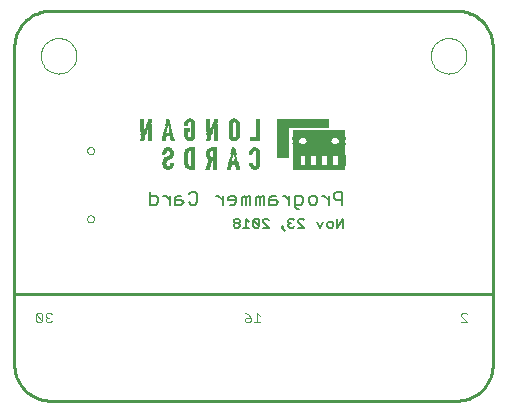
<source format=gbo>
G75*
G70*
%OFA0B0*%
%FSLAX24Y24*%
%IPPOS*%
%LPD*%
%AMOC8*
5,1,8,0,0,1.08239X$1,22.5*
%
%ADD10C,0.0080*%
%ADD11C,0.0050*%
%ADD12C,0.0100*%
%ADD13C,0.0000*%
%ADD14C,0.0040*%
%ADD15R,0.0089X0.0006*%
%ADD16R,0.0094X0.0006*%
%ADD17R,0.0130X0.0006*%
%ADD18R,0.0106X0.0006*%
%ADD19R,0.0201X0.0006*%
%ADD20R,0.0136X0.0006*%
%ADD21R,0.1742X0.0006*%
%ADD22R,0.0154X0.0006*%
%ADD23R,0.0112X0.0006*%
%ADD24R,0.0219X0.0006*%
%ADD25R,0.0165X0.0006*%
%ADD26R,0.1748X0.0006*%
%ADD27R,0.0177X0.0006*%
%ADD28R,0.0100X0.0006*%
%ADD29R,0.0236X0.0006*%
%ADD30R,0.0189X0.0006*%
%ADD31R,0.0195X0.0006*%
%ADD32R,0.0248X0.0006*%
%ADD33R,0.0207X0.0006*%
%ADD34R,0.0213X0.0006*%
%ADD35R,0.0260X0.0006*%
%ADD36R,0.0224X0.0006*%
%ADD37R,0.0266X0.0006*%
%ADD38R,0.0278X0.0006*%
%ADD39R,0.0254X0.0006*%
%ADD40R,0.0283X0.0006*%
%ADD41R,0.0289X0.0006*%
%ADD42R,0.0272X0.0006*%
%ADD43R,0.0295X0.0006*%
%ADD44R,0.0301X0.0006*%
%ADD45R,0.0307X0.0006*%
%ADD46R,0.0313X0.0006*%
%ADD47R,0.0319X0.0006*%
%ADD48R,0.0148X0.0006*%
%ADD49R,0.0159X0.0006*%
%ADD50R,0.0124X0.0006*%
%ADD51R,0.0118X0.0006*%
%ADD52R,0.0242X0.0006*%
%ADD53R,0.0337X0.0006*%
%ADD54R,0.0331X0.0006*%
%ADD55R,0.0325X0.0006*%
%ADD56R,0.0142X0.0006*%
%ADD57R,0.0183X0.0006*%
%ADD58R,0.0230X0.0006*%
%ADD59R,0.0419X0.0006*%
%ADD60R,0.0425X0.0006*%
%ADD61R,0.0171X0.0006*%
%ADD62R,0.0083X0.0006*%
%ADD63R,0.0041X0.0006*%
%ADD64R,0.0047X0.0006*%
%ADD65R,0.1022X0.0006*%
%ADD66R,0.0980X0.0006*%
%ADD67R,0.0957X0.0006*%
%ADD68R,0.0933X0.0006*%
%ADD69R,0.0921X0.0006*%
%ADD70R,0.0904X0.0006*%
%ADD71R,0.0892X0.0006*%
%ADD72R,0.0886X0.0006*%
%ADD73R,0.0874X0.0006*%
%ADD74R,0.0868X0.0006*%
%ADD75R,0.0856X0.0006*%
%ADD76R,0.0850X0.0006*%
%ADD77R,0.0844X0.0006*%
%ADD78R,0.0839X0.0006*%
%ADD79R,0.0833X0.0006*%
%ADD80R,0.0827X0.0006*%
%ADD81R,0.0071X0.0006*%
%ADD82R,0.0862X0.0006*%
%ADD83R,0.0880X0.0006*%
%ADD84R,0.0898X0.0006*%
%ADD85R,0.0915X0.0006*%
%ADD86R,0.0927X0.0006*%
%ADD87R,0.0945X0.0006*%
%ADD88R,0.0969X0.0006*%
%ADD89R,0.0998X0.0006*%
D10*
X005001Y007200D02*
X005211Y007200D01*
X005281Y007270D01*
X005281Y007410D01*
X005211Y007480D01*
X005001Y007480D01*
X005001Y007620D02*
X005001Y007200D01*
X005455Y007480D02*
X005525Y007480D01*
X005665Y007340D01*
X005665Y007200D02*
X005665Y007480D01*
X005845Y007410D02*
X005845Y007200D01*
X006055Y007200D01*
X006125Y007270D01*
X006055Y007340D01*
X005845Y007340D01*
X005845Y007410D02*
X005915Y007480D01*
X006055Y007480D01*
X006306Y007550D02*
X006376Y007620D01*
X006516Y007620D01*
X006586Y007550D01*
X006586Y007270D01*
X006516Y007200D01*
X006376Y007200D01*
X006306Y007270D01*
X007220Y007480D02*
X007290Y007480D01*
X007430Y007340D01*
X007430Y007200D02*
X007430Y007480D01*
X007610Y007410D02*
X007610Y007340D01*
X007890Y007340D01*
X007890Y007270D02*
X007890Y007410D01*
X007820Y007480D01*
X007680Y007480D01*
X007610Y007410D01*
X007820Y007200D02*
X007890Y007270D01*
X007820Y007200D02*
X007680Y007200D01*
X008070Y007200D02*
X008070Y007410D01*
X008141Y007480D01*
X008211Y007410D01*
X008211Y007200D01*
X008351Y007200D02*
X008351Y007480D01*
X008281Y007480D01*
X008211Y007410D01*
X008531Y007410D02*
X008531Y007200D01*
X008671Y007200D02*
X008671Y007410D01*
X008601Y007480D01*
X008531Y007410D01*
X008671Y007410D02*
X008741Y007480D01*
X008811Y007480D01*
X008811Y007200D01*
X008991Y007200D02*
X009201Y007200D01*
X009272Y007270D01*
X009201Y007340D01*
X008991Y007340D01*
X008991Y007410D02*
X008991Y007200D01*
X008991Y007410D02*
X009061Y007480D01*
X009201Y007480D01*
X009445Y007480D02*
X009515Y007480D01*
X009655Y007340D01*
X009655Y007200D02*
X009655Y007480D01*
X009835Y007480D02*
X010045Y007480D01*
X010116Y007410D01*
X010116Y007270D01*
X010045Y007200D01*
X009835Y007200D01*
X009835Y007130D02*
X009835Y007480D01*
X009835Y007130D02*
X009905Y007060D01*
X009975Y007060D01*
X010296Y007270D02*
X010296Y007410D01*
X010366Y007480D01*
X010506Y007480D01*
X010576Y007410D01*
X010576Y007270D01*
X010506Y007200D01*
X010366Y007200D01*
X010296Y007270D01*
X010749Y007480D02*
X010819Y007480D01*
X010960Y007340D01*
X010960Y007200D02*
X010960Y007480D01*
X011140Y007410D02*
X011210Y007340D01*
X011420Y007340D01*
X011420Y007200D02*
X011420Y007620D01*
X011210Y007620D01*
X011140Y007550D01*
X011140Y007410D01*
D11*
X011235Y006735D02*
X011235Y006435D01*
X011435Y006735D01*
X011435Y006435D01*
X011113Y006485D02*
X011063Y006435D01*
X010963Y006435D01*
X010913Y006485D01*
X010913Y006585D01*
X010963Y006635D01*
X011063Y006635D01*
X011113Y006585D01*
X011113Y006485D01*
X010790Y006635D02*
X010690Y006435D01*
X010590Y006635D01*
X010146Y006685D02*
X010096Y006735D01*
X009996Y006735D01*
X009946Y006685D01*
X009946Y006635D01*
X010146Y006435D01*
X009946Y006435D01*
X009824Y006485D02*
X009774Y006435D01*
X009673Y006435D01*
X009623Y006485D01*
X009623Y006535D01*
X009673Y006585D01*
X009724Y006585D01*
X009673Y006585D02*
X009623Y006635D01*
X009623Y006685D01*
X009673Y006735D01*
X009774Y006735D01*
X009824Y006685D01*
X009451Y006485D02*
X009451Y006435D01*
X009401Y006435D01*
X009401Y006485D01*
X009451Y006485D01*
X009401Y006435D02*
X009501Y006335D01*
X008964Y006435D02*
X008764Y006635D01*
X008764Y006685D01*
X008814Y006735D01*
X008914Y006735D01*
X008964Y006685D01*
X008964Y006435D02*
X008764Y006435D01*
X008642Y006485D02*
X008442Y006685D01*
X008442Y006485D01*
X008492Y006435D01*
X008592Y006435D01*
X008642Y006485D01*
X008642Y006685D01*
X008592Y006735D01*
X008492Y006735D01*
X008442Y006685D01*
X008320Y006635D02*
X008220Y006735D01*
X008220Y006435D01*
X008320Y006435D02*
X008120Y006435D01*
X007997Y006485D02*
X007997Y006535D01*
X007947Y006585D01*
X007847Y006585D01*
X007797Y006535D01*
X007797Y006485D01*
X007847Y006435D01*
X007947Y006435D01*
X007997Y006485D01*
X007947Y006585D02*
X007997Y006635D01*
X007997Y006685D01*
X007947Y006735D01*
X007847Y006735D01*
X007797Y006685D01*
X007797Y006635D01*
X007847Y006585D01*
D12*
X001688Y000664D02*
X015232Y000664D01*
X015299Y000666D01*
X015366Y000672D01*
X015433Y000681D01*
X015499Y000694D01*
X015564Y000711D01*
X015628Y000731D01*
X015691Y000755D01*
X015753Y000783D01*
X015812Y000814D01*
X015870Y000848D01*
X015926Y000885D01*
X015980Y000926D01*
X016032Y000969D01*
X016081Y001015D01*
X016127Y001064D01*
X016170Y001116D01*
X016211Y001170D01*
X016248Y001226D01*
X016282Y001284D01*
X016313Y001343D01*
X016341Y001405D01*
X016365Y001468D01*
X016385Y001532D01*
X016402Y001597D01*
X016415Y001663D01*
X016424Y001730D01*
X016430Y001797D01*
X016432Y001864D01*
X016432Y012456D01*
X016430Y012523D01*
X016424Y012590D01*
X016415Y012657D01*
X016402Y012723D01*
X016385Y012788D01*
X016365Y012852D01*
X016341Y012915D01*
X016313Y012977D01*
X016282Y013036D01*
X016248Y013094D01*
X016211Y013150D01*
X016170Y013204D01*
X016127Y013256D01*
X016081Y013305D01*
X016032Y013351D01*
X015980Y013394D01*
X015926Y013435D01*
X015870Y013472D01*
X015812Y013506D01*
X015753Y013537D01*
X015691Y013565D01*
X015628Y013589D01*
X015564Y013609D01*
X015499Y013626D01*
X015433Y013639D01*
X015366Y013648D01*
X015299Y013654D01*
X015232Y013656D01*
X001688Y013656D01*
X001621Y013654D01*
X001554Y013648D01*
X001487Y013639D01*
X001421Y013626D01*
X001356Y013609D01*
X001292Y013589D01*
X001229Y013565D01*
X001167Y013537D01*
X001108Y013506D01*
X001050Y013472D01*
X000994Y013435D01*
X000940Y013394D01*
X000888Y013351D01*
X000839Y013305D01*
X000793Y013256D01*
X000750Y013204D01*
X000709Y013150D01*
X000672Y013094D01*
X000638Y013036D01*
X000607Y012977D01*
X000579Y012915D01*
X000555Y012852D01*
X000535Y012788D01*
X000518Y012723D01*
X000505Y012657D01*
X000496Y012590D01*
X000490Y012523D01*
X000488Y012456D01*
X000488Y001864D01*
X000490Y001797D01*
X000496Y001730D01*
X000505Y001663D01*
X000518Y001597D01*
X000535Y001532D01*
X000555Y001468D01*
X000579Y001405D01*
X000607Y001343D01*
X000638Y001284D01*
X000672Y001226D01*
X000709Y001170D01*
X000750Y001116D01*
X000793Y001064D01*
X000839Y001015D01*
X000888Y000969D01*
X000940Y000926D01*
X000994Y000885D01*
X001050Y000848D01*
X001108Y000814D01*
X001167Y000783D01*
X001229Y000755D01*
X001292Y000731D01*
X001356Y000711D01*
X001421Y000694D01*
X001487Y000681D01*
X001554Y000672D01*
X001621Y000666D01*
X001688Y000664D01*
X000460Y004210D02*
X016410Y004210D01*
D13*
X014369Y012160D02*
X014371Y012208D01*
X014377Y012256D01*
X014387Y012303D01*
X014400Y012349D01*
X014418Y012394D01*
X014438Y012438D01*
X014463Y012480D01*
X014491Y012519D01*
X014521Y012556D01*
X014555Y012590D01*
X014592Y012622D01*
X014630Y012651D01*
X014671Y012676D01*
X014714Y012698D01*
X014759Y012716D01*
X014805Y012730D01*
X014852Y012741D01*
X014900Y012748D01*
X014948Y012751D01*
X014996Y012750D01*
X015044Y012745D01*
X015092Y012736D01*
X015138Y012724D01*
X015183Y012707D01*
X015227Y012687D01*
X015269Y012664D01*
X015309Y012637D01*
X015347Y012607D01*
X015382Y012574D01*
X015414Y012538D01*
X015444Y012500D01*
X015470Y012459D01*
X015492Y012416D01*
X015512Y012372D01*
X015527Y012327D01*
X015539Y012280D01*
X015547Y012232D01*
X015551Y012184D01*
X015551Y012136D01*
X015547Y012088D01*
X015539Y012040D01*
X015527Y011993D01*
X015512Y011948D01*
X015492Y011904D01*
X015470Y011861D01*
X015444Y011820D01*
X015414Y011782D01*
X015382Y011746D01*
X015347Y011713D01*
X015309Y011683D01*
X015269Y011656D01*
X015227Y011633D01*
X015183Y011613D01*
X015138Y011596D01*
X015092Y011584D01*
X015044Y011575D01*
X014996Y011570D01*
X014948Y011569D01*
X014900Y011572D01*
X014852Y011579D01*
X014805Y011590D01*
X014759Y011604D01*
X014714Y011622D01*
X014671Y011644D01*
X014630Y011669D01*
X014592Y011698D01*
X014555Y011730D01*
X014521Y011764D01*
X014491Y011801D01*
X014463Y011840D01*
X014438Y011882D01*
X014418Y011926D01*
X014400Y011971D01*
X014387Y012017D01*
X014377Y012064D01*
X014371Y012112D01*
X014369Y012160D01*
X002909Y008998D02*
X002911Y009019D01*
X002917Y009039D01*
X002926Y009059D01*
X002938Y009076D01*
X002953Y009090D01*
X002971Y009102D01*
X002991Y009110D01*
X003011Y009115D01*
X003032Y009116D01*
X003053Y009113D01*
X003073Y009107D01*
X003092Y009096D01*
X003109Y009083D01*
X003122Y009067D01*
X003133Y009049D01*
X003141Y009029D01*
X003145Y009009D01*
X003145Y008987D01*
X003141Y008967D01*
X003133Y008947D01*
X003122Y008929D01*
X003109Y008913D01*
X003092Y008900D01*
X003073Y008889D01*
X003053Y008883D01*
X003032Y008880D01*
X003011Y008881D01*
X002991Y008886D01*
X002971Y008894D01*
X002953Y008906D01*
X002938Y008920D01*
X002926Y008937D01*
X002917Y008957D01*
X002911Y008977D01*
X002909Y008998D01*
X002909Y006722D02*
X002911Y006743D01*
X002917Y006763D01*
X002926Y006783D01*
X002938Y006800D01*
X002953Y006814D01*
X002971Y006826D01*
X002991Y006834D01*
X003011Y006839D01*
X003032Y006840D01*
X003053Y006837D01*
X003073Y006831D01*
X003092Y006820D01*
X003109Y006807D01*
X003122Y006791D01*
X003133Y006773D01*
X003141Y006753D01*
X003145Y006733D01*
X003145Y006711D01*
X003141Y006691D01*
X003133Y006671D01*
X003122Y006653D01*
X003109Y006637D01*
X003092Y006624D01*
X003073Y006613D01*
X003053Y006607D01*
X003032Y006604D01*
X003011Y006605D01*
X002991Y006610D01*
X002971Y006618D01*
X002953Y006630D01*
X002938Y006644D01*
X002926Y006661D01*
X002917Y006681D01*
X002911Y006701D01*
X002909Y006722D01*
X001369Y012160D02*
X001371Y012208D01*
X001377Y012256D01*
X001387Y012303D01*
X001400Y012349D01*
X001418Y012394D01*
X001438Y012438D01*
X001463Y012480D01*
X001491Y012519D01*
X001521Y012556D01*
X001555Y012590D01*
X001592Y012622D01*
X001630Y012651D01*
X001671Y012676D01*
X001714Y012698D01*
X001759Y012716D01*
X001805Y012730D01*
X001852Y012741D01*
X001900Y012748D01*
X001948Y012751D01*
X001996Y012750D01*
X002044Y012745D01*
X002092Y012736D01*
X002138Y012724D01*
X002183Y012707D01*
X002227Y012687D01*
X002269Y012664D01*
X002309Y012637D01*
X002347Y012607D01*
X002382Y012574D01*
X002414Y012538D01*
X002444Y012500D01*
X002470Y012459D01*
X002492Y012416D01*
X002512Y012372D01*
X002527Y012327D01*
X002539Y012280D01*
X002547Y012232D01*
X002551Y012184D01*
X002551Y012136D01*
X002547Y012088D01*
X002539Y012040D01*
X002527Y011993D01*
X002512Y011948D01*
X002492Y011904D01*
X002470Y011861D01*
X002444Y011820D01*
X002414Y011782D01*
X002382Y011746D01*
X002347Y011713D01*
X002309Y011683D01*
X002269Y011656D01*
X002227Y011633D01*
X002183Y011613D01*
X002138Y011596D01*
X002092Y011584D01*
X002044Y011575D01*
X001996Y011570D01*
X001948Y011569D01*
X001900Y011572D01*
X001852Y011579D01*
X001805Y011590D01*
X001759Y011604D01*
X001714Y011622D01*
X001671Y011644D01*
X001630Y011669D01*
X001592Y011698D01*
X001555Y011730D01*
X001521Y011764D01*
X001491Y011801D01*
X001463Y011840D01*
X001438Y011882D01*
X001418Y011926D01*
X001400Y011971D01*
X001387Y012017D01*
X001377Y012064D01*
X001371Y012112D01*
X001369Y012160D01*
D14*
X001366Y003590D02*
X001263Y003590D01*
X001211Y003539D01*
X001418Y003332D01*
X001366Y003280D01*
X001263Y003280D01*
X001211Y003332D01*
X001211Y003539D01*
X001366Y003590D02*
X001418Y003539D01*
X001418Y003332D01*
X001533Y003332D02*
X001585Y003280D01*
X001688Y003280D01*
X001740Y003332D01*
X001637Y003435D02*
X001585Y003435D01*
X001533Y003383D01*
X001533Y003332D01*
X001585Y003435D02*
X001533Y003487D01*
X001533Y003539D01*
X001585Y003590D01*
X001688Y003590D01*
X001740Y003539D01*
X008161Y003590D02*
X008264Y003539D01*
X008368Y003435D01*
X008213Y003435D01*
X008161Y003383D01*
X008161Y003332D01*
X008213Y003280D01*
X008316Y003280D01*
X008368Y003332D01*
X008368Y003435D01*
X008483Y003280D02*
X008690Y003280D01*
X008587Y003280D02*
X008587Y003590D01*
X008690Y003487D01*
X015383Y003487D02*
X015383Y003539D01*
X015435Y003590D01*
X015538Y003590D01*
X015590Y003539D01*
X015383Y003487D02*
X015590Y003280D01*
X015383Y003280D01*
D15*
X008503Y008355D03*
X007859Y008768D03*
X007853Y008798D03*
X007853Y008804D03*
X007847Y008821D03*
X007847Y008827D03*
X007847Y008833D03*
X007841Y008845D03*
X007841Y008851D03*
X007841Y008857D03*
X007747Y008857D03*
X007741Y008833D03*
X007741Y008827D03*
X007735Y008804D03*
X007729Y008774D03*
X007794Y009069D03*
X005686Y009707D03*
X005680Y009731D03*
X005680Y009737D03*
X005674Y009760D03*
X005674Y009766D03*
X005668Y009784D03*
X005668Y009790D03*
X005668Y009796D03*
X005662Y009814D03*
X005568Y009814D03*
X005568Y009808D03*
X005562Y009790D03*
X005562Y009784D03*
X005556Y009760D03*
X005556Y009754D03*
X005550Y009731D03*
X005615Y010026D03*
X005615Y010032D03*
D16*
X005618Y010020D03*
X005665Y009808D03*
X005665Y009802D03*
X005671Y009778D03*
X005671Y009772D03*
X005677Y009754D03*
X005677Y009749D03*
X005677Y009743D03*
X005683Y009725D03*
X005683Y009719D03*
X005683Y009713D03*
X005689Y009701D03*
X005689Y009695D03*
X005689Y009690D03*
X005689Y009684D03*
X005689Y009678D03*
X005695Y009672D03*
X005695Y009666D03*
X005695Y009660D03*
X005695Y009654D03*
X005701Y009642D03*
X005701Y009636D03*
X005701Y009630D03*
X005701Y009625D03*
X005707Y009613D03*
X005707Y009607D03*
X005707Y009601D03*
X005713Y009583D03*
X005713Y009577D03*
X005713Y009571D03*
X005529Y009625D03*
X005529Y009630D03*
X005529Y009636D03*
X005535Y009648D03*
X005535Y009654D03*
X005535Y009660D03*
X005535Y009666D03*
X005541Y009678D03*
X005541Y009684D03*
X005541Y009690D03*
X005541Y009695D03*
X005547Y009701D03*
X005547Y009707D03*
X005547Y009713D03*
X005547Y009719D03*
X005547Y009725D03*
X005553Y009737D03*
X005553Y009743D03*
X005553Y009749D03*
X005559Y009766D03*
X005559Y009772D03*
X005559Y009778D03*
X005565Y009796D03*
X005565Y009802D03*
X005524Y009607D03*
X005524Y009601D03*
X005518Y009577D03*
X005518Y009571D03*
X004904Y009731D03*
X004898Y009713D03*
X004892Y009695D03*
X004886Y009684D03*
X004880Y009666D03*
X004874Y009648D03*
X004868Y009630D03*
X004862Y009619D03*
X005612Y008355D03*
X007059Y009619D03*
X007065Y009636D03*
X007071Y009648D03*
X007077Y009666D03*
X007083Y009684D03*
X007089Y009701D03*
X007100Y009731D03*
X007791Y009064D03*
X007791Y009058D03*
X007744Y008851D03*
X007744Y008845D03*
X007744Y008839D03*
X007738Y008821D03*
X007738Y008816D03*
X007738Y008810D03*
X007732Y008798D03*
X007732Y008792D03*
X007732Y008786D03*
X007732Y008780D03*
X007726Y008768D03*
X007726Y008762D03*
X007726Y008756D03*
X007726Y008751D03*
X007720Y008745D03*
X007720Y008739D03*
X007720Y008733D03*
X007720Y008727D03*
X007720Y008721D03*
X007715Y008715D03*
X007715Y008709D03*
X007715Y008703D03*
X007715Y008697D03*
X007709Y008686D03*
X007709Y008680D03*
X007709Y008674D03*
X007703Y008656D03*
X007703Y008650D03*
X007703Y008644D03*
X007697Y008621D03*
X007880Y008662D03*
X007880Y008668D03*
X007880Y008674D03*
X007880Y008680D03*
X007874Y008691D03*
X007874Y008697D03*
X007874Y008703D03*
X007874Y008709D03*
X007868Y008715D03*
X007868Y008721D03*
X007868Y008727D03*
X007868Y008733D03*
X007868Y008739D03*
X007862Y008745D03*
X007862Y008751D03*
X007862Y008756D03*
X007862Y008762D03*
X007856Y008774D03*
X007856Y008780D03*
X007856Y008786D03*
X007856Y008792D03*
X007850Y008810D03*
X007850Y008816D03*
X007844Y008839D03*
X007886Y008650D03*
X007886Y008644D03*
X007886Y008638D03*
X007892Y008621D03*
X007892Y008615D03*
D17*
X007791Y008981D03*
X007720Y009424D03*
X007921Y009424D03*
X007921Y009926D03*
X007720Y009926D03*
X007195Y009949D03*
X007195Y009955D03*
X006965Y009406D03*
X006965Y009400D03*
X006965Y009394D03*
X006970Y008969D03*
X006970Y008762D03*
X006250Y008461D03*
X005718Y008461D03*
X005512Y008656D03*
X005512Y008969D03*
X005713Y008969D03*
X006439Y009424D03*
X006439Y009926D03*
X006238Y009926D03*
X004998Y009943D03*
X004998Y009949D03*
X004998Y009955D03*
X004768Y009406D03*
X004768Y009400D03*
X004768Y009394D03*
X008411Y008461D03*
X008506Y008361D03*
X008600Y008461D03*
X008600Y008969D03*
D18*
X008618Y008928D03*
X008618Y008922D03*
X008618Y008916D03*
X008618Y008910D03*
X008618Y008904D03*
X008618Y008898D03*
X008618Y008892D03*
X008618Y008886D03*
X008618Y008880D03*
X008618Y008875D03*
X008618Y008869D03*
X008618Y008863D03*
X008618Y008857D03*
X008618Y008851D03*
X008618Y008845D03*
X008618Y008839D03*
X008618Y008833D03*
X008618Y008827D03*
X008618Y008821D03*
X008618Y008816D03*
X008618Y008810D03*
X008618Y008804D03*
X008618Y008798D03*
X008618Y008792D03*
X008618Y008786D03*
X008618Y008780D03*
X008618Y008774D03*
X008618Y008768D03*
X008618Y008762D03*
X008618Y008756D03*
X008618Y008751D03*
X008618Y008745D03*
X008618Y008739D03*
X008618Y008733D03*
X008618Y008727D03*
X008618Y008721D03*
X008618Y008715D03*
X008618Y008709D03*
X008618Y008703D03*
X008618Y008697D03*
X008618Y008691D03*
X008618Y008686D03*
X008618Y008680D03*
X008618Y008674D03*
X008618Y008668D03*
X008618Y008662D03*
X008618Y008656D03*
X008618Y008650D03*
X008618Y008644D03*
X008618Y008638D03*
X008618Y008632D03*
X008618Y008627D03*
X008618Y008621D03*
X008618Y008615D03*
X008618Y008609D03*
X008618Y008603D03*
X008618Y008597D03*
X008618Y008591D03*
X008618Y008585D03*
X008618Y008579D03*
X008618Y008573D03*
X008618Y008567D03*
X008618Y008562D03*
X008618Y008556D03*
X008618Y008550D03*
X008618Y008544D03*
X008618Y008538D03*
X008618Y008532D03*
X008618Y008526D03*
X008618Y008520D03*
X008618Y008514D03*
X008618Y008508D03*
X008618Y008503D03*
X008388Y008503D03*
X008388Y008508D03*
X008388Y008514D03*
X008388Y008520D03*
X008388Y008526D03*
X008388Y008532D03*
X008388Y008538D03*
X008388Y008544D03*
X008388Y008550D03*
X008388Y008556D03*
X008388Y008875D03*
X008388Y008880D03*
X008388Y008886D03*
X008388Y008892D03*
X008388Y008898D03*
X008388Y008904D03*
X008388Y008910D03*
X008388Y008916D03*
X008388Y008922D03*
X008388Y008928D03*
X007791Y009034D03*
X007821Y009317D03*
X007939Y009453D03*
X007939Y009459D03*
X007939Y009465D03*
X007939Y009471D03*
X007945Y009489D03*
X007945Y009495D03*
X007945Y009501D03*
X007945Y009506D03*
X007945Y009512D03*
X007945Y009518D03*
X007945Y009524D03*
X007945Y009530D03*
X007945Y009536D03*
X007945Y009542D03*
X007945Y009548D03*
X007945Y009554D03*
X007945Y009560D03*
X007945Y009566D03*
X007945Y009571D03*
X007945Y009577D03*
X007945Y009583D03*
X007945Y009589D03*
X007945Y009595D03*
X007945Y009601D03*
X007945Y009607D03*
X007945Y009613D03*
X007945Y009619D03*
X007945Y009625D03*
X007945Y009630D03*
X007945Y009636D03*
X007945Y009642D03*
X007945Y009648D03*
X007945Y009654D03*
X007945Y009660D03*
X007945Y009666D03*
X007945Y009672D03*
X007945Y009678D03*
X007945Y009684D03*
X007945Y009690D03*
X007945Y009695D03*
X007945Y009701D03*
X007945Y009707D03*
X007945Y009713D03*
X007945Y009719D03*
X007945Y009725D03*
X007945Y009731D03*
X007945Y009737D03*
X007945Y009743D03*
X007945Y009749D03*
X007945Y009754D03*
X007945Y009760D03*
X007945Y009766D03*
X007945Y009772D03*
X007945Y009778D03*
X007945Y009784D03*
X007945Y009790D03*
X007945Y009796D03*
X007945Y009802D03*
X007945Y009808D03*
X007945Y009814D03*
X007945Y009819D03*
X007945Y009825D03*
X007945Y009831D03*
X007945Y009837D03*
X007945Y009843D03*
X007945Y009849D03*
X007945Y009855D03*
X007945Y009861D03*
X007939Y009879D03*
X007939Y009884D03*
X007939Y009890D03*
X007939Y009896D03*
X007821Y010032D03*
X007703Y009896D03*
X007703Y009890D03*
X007703Y009884D03*
X007703Y009879D03*
X007703Y009873D03*
X007703Y009867D03*
X007703Y009861D03*
X007703Y009855D03*
X007703Y009849D03*
X007703Y009843D03*
X007703Y009837D03*
X007703Y009831D03*
X007703Y009825D03*
X007703Y009819D03*
X007703Y009814D03*
X007703Y009808D03*
X007703Y009802D03*
X007703Y009796D03*
X007703Y009790D03*
X007703Y009784D03*
X007703Y009778D03*
X007703Y009772D03*
X007703Y009766D03*
X007703Y009760D03*
X007703Y009754D03*
X007703Y009749D03*
X007703Y009743D03*
X007703Y009737D03*
X007703Y009731D03*
X007703Y009725D03*
X007703Y009719D03*
X007703Y009713D03*
X007703Y009707D03*
X007703Y009701D03*
X007703Y009695D03*
X007703Y009690D03*
X007703Y009684D03*
X007703Y009678D03*
X007703Y009672D03*
X007703Y009666D03*
X007703Y009660D03*
X007703Y009654D03*
X007703Y009648D03*
X007703Y009642D03*
X007703Y009636D03*
X007703Y009630D03*
X007703Y009625D03*
X007703Y009619D03*
X007703Y009613D03*
X007703Y009607D03*
X007703Y009601D03*
X007703Y009595D03*
X007703Y009589D03*
X007703Y009583D03*
X007703Y009577D03*
X007703Y009571D03*
X007703Y009566D03*
X007703Y009560D03*
X007703Y009554D03*
X007703Y009548D03*
X007703Y009542D03*
X007703Y009536D03*
X007703Y009530D03*
X007703Y009524D03*
X007703Y009518D03*
X007703Y009512D03*
X007703Y009506D03*
X007703Y009501D03*
X007703Y009495D03*
X007703Y009489D03*
X007703Y009483D03*
X007703Y009477D03*
X007703Y009471D03*
X007703Y009465D03*
X007703Y009459D03*
X007703Y009453D03*
X007207Y009453D03*
X007207Y009447D03*
X007207Y009441D03*
X007207Y009436D03*
X007207Y009430D03*
X007207Y009424D03*
X007207Y009418D03*
X007207Y009412D03*
X007207Y009406D03*
X007207Y009400D03*
X007207Y009394D03*
X007207Y009388D03*
X007207Y009382D03*
X007207Y009377D03*
X007207Y009371D03*
X007207Y009365D03*
X007207Y009359D03*
X007207Y009353D03*
X007207Y009347D03*
X007207Y009341D03*
X007207Y009335D03*
X007207Y009329D03*
X007207Y009323D03*
X007207Y009317D03*
X007207Y009459D03*
X007207Y009465D03*
X007207Y009471D03*
X007207Y009477D03*
X007207Y009483D03*
X007207Y009489D03*
X007207Y009495D03*
X007207Y009501D03*
X007207Y009506D03*
X007207Y009512D03*
X007207Y009518D03*
X007207Y009524D03*
X007207Y009530D03*
X007207Y009536D03*
X007207Y009542D03*
X007207Y009548D03*
X007207Y009554D03*
X007207Y009560D03*
X007207Y009566D03*
X007207Y009571D03*
X007207Y009577D03*
X007207Y009583D03*
X007207Y009589D03*
X007207Y009595D03*
X007207Y009601D03*
X007207Y009607D03*
X007207Y009613D03*
X007207Y009619D03*
X007207Y009625D03*
X007207Y009630D03*
X007207Y009636D03*
X007207Y009642D03*
X007207Y009648D03*
X007207Y009654D03*
X007207Y009660D03*
X007207Y009666D03*
X007207Y009672D03*
X007207Y009678D03*
X007207Y009684D03*
X007207Y009690D03*
X007207Y009695D03*
X007207Y009701D03*
X007207Y009707D03*
X007207Y009713D03*
X007207Y009719D03*
X007207Y009725D03*
X007207Y009731D03*
X006953Y009731D03*
X006953Y009737D03*
X006953Y009743D03*
X006953Y009749D03*
X006953Y009754D03*
X006953Y009760D03*
X006953Y009766D03*
X006953Y009772D03*
X006953Y009778D03*
X006953Y009784D03*
X006953Y009790D03*
X006953Y009796D03*
X006953Y009802D03*
X006953Y009808D03*
X006953Y009814D03*
X006953Y009819D03*
X006953Y009825D03*
X006953Y009831D03*
X006953Y009837D03*
X006953Y009843D03*
X006953Y009849D03*
X006953Y009855D03*
X006953Y009861D03*
X006953Y009867D03*
X006953Y009873D03*
X006953Y009879D03*
X006953Y009884D03*
X006953Y009890D03*
X006953Y009896D03*
X006953Y009902D03*
X006953Y009908D03*
X006953Y009914D03*
X006953Y009920D03*
X006953Y009926D03*
X006953Y009932D03*
X006953Y009938D03*
X006953Y009943D03*
X006953Y009949D03*
X006953Y009955D03*
X006953Y009961D03*
X006953Y009967D03*
X006953Y009973D03*
X006953Y009979D03*
X006953Y009985D03*
X006953Y009991D03*
X006953Y009997D03*
X006953Y010003D03*
X006953Y010008D03*
X006953Y010014D03*
X006953Y010020D03*
X006953Y010026D03*
X006953Y010032D03*
X007207Y010020D03*
X007207Y010014D03*
X006953Y009725D03*
X006953Y009719D03*
X006953Y009713D03*
X006953Y009707D03*
X006953Y009701D03*
X006953Y009695D03*
X006953Y009690D03*
X006953Y009684D03*
X006953Y009678D03*
X006953Y009672D03*
X006953Y009666D03*
X006953Y009660D03*
X006953Y009654D03*
X006953Y009648D03*
X006953Y009642D03*
X006953Y009636D03*
X006953Y009630D03*
X006953Y009625D03*
X006953Y009619D03*
X006953Y009341D03*
X006953Y009335D03*
X006953Y009329D03*
X006953Y008945D03*
X006947Y008934D03*
X006947Y008928D03*
X006947Y008922D03*
X006947Y008916D03*
X006941Y008904D03*
X006941Y008898D03*
X006941Y008892D03*
X006941Y008886D03*
X006941Y008880D03*
X006941Y008875D03*
X006941Y008869D03*
X006941Y008863D03*
X006941Y008857D03*
X006941Y008851D03*
X006941Y008845D03*
X006941Y008839D03*
X006941Y008833D03*
X006941Y008827D03*
X006947Y008816D03*
X006947Y008810D03*
X006947Y008804D03*
X006947Y008798D03*
X006953Y008786D03*
X007018Y008650D03*
X007012Y008632D03*
X007012Y008627D03*
X007006Y008615D03*
X007006Y008609D03*
X007000Y008597D03*
X007000Y008591D03*
X006994Y008579D03*
X006994Y008573D03*
X006988Y008562D03*
X006988Y008556D03*
X006982Y008544D03*
X006982Y008538D03*
X006976Y008526D03*
X006976Y008520D03*
X006970Y008508D03*
X006970Y008503D03*
X006965Y008491D03*
X006965Y008485D03*
X006959Y008473D03*
X006959Y008467D03*
X006953Y008455D03*
X006953Y008449D03*
X006947Y008432D03*
X006941Y008414D03*
X006935Y008396D03*
X006929Y008379D03*
X006923Y008361D03*
X007183Y008361D03*
X007183Y008367D03*
X007183Y008373D03*
X007183Y008379D03*
X007183Y008384D03*
X007183Y008390D03*
X007183Y008396D03*
X007183Y008402D03*
X007183Y008408D03*
X007183Y008414D03*
X007183Y008420D03*
X007183Y008426D03*
X007183Y008432D03*
X007183Y008438D03*
X007183Y008443D03*
X007183Y008449D03*
X007183Y008455D03*
X007183Y008461D03*
X007183Y008467D03*
X007183Y008473D03*
X007183Y008479D03*
X007183Y008485D03*
X007183Y008491D03*
X007183Y008497D03*
X007183Y008503D03*
X007183Y008508D03*
X007183Y008514D03*
X007183Y008520D03*
X007183Y008526D03*
X007183Y008532D03*
X007183Y008538D03*
X007183Y008544D03*
X007183Y008550D03*
X007183Y008556D03*
X007183Y008562D03*
X007183Y008567D03*
X007183Y008573D03*
X007183Y008579D03*
X007183Y008585D03*
X007183Y008591D03*
X007183Y008597D03*
X007183Y008603D03*
X007183Y008609D03*
X007183Y008615D03*
X007183Y008621D03*
X007183Y008627D03*
X007183Y008632D03*
X007183Y008638D03*
X007183Y008644D03*
X007183Y008650D03*
X007183Y008656D03*
X007183Y008756D03*
X007183Y008762D03*
X007183Y008768D03*
X007183Y008774D03*
X007183Y008780D03*
X007183Y008786D03*
X007183Y008792D03*
X007183Y008798D03*
X007183Y008804D03*
X007183Y008810D03*
X007183Y008816D03*
X007183Y008821D03*
X007183Y008827D03*
X007183Y008833D03*
X007183Y008839D03*
X007183Y008845D03*
X007183Y008851D03*
X007183Y008857D03*
X007183Y008863D03*
X007183Y008869D03*
X007183Y008875D03*
X007183Y008880D03*
X007183Y008886D03*
X007183Y008892D03*
X007183Y008898D03*
X007183Y008904D03*
X007183Y008910D03*
X007183Y008916D03*
X007183Y008922D03*
X007183Y008928D03*
X007183Y008934D03*
X007183Y008940D03*
X007183Y008945D03*
X007183Y008951D03*
X007183Y008957D03*
X007183Y008963D03*
X007183Y008969D03*
X007183Y008975D03*
X007673Y008508D03*
X007667Y008479D03*
X007661Y008455D03*
X007661Y008449D03*
X007655Y008426D03*
X007655Y008420D03*
X007650Y008402D03*
X007650Y008396D03*
X007650Y008390D03*
X007644Y008373D03*
X007644Y008367D03*
X007644Y008361D03*
X007927Y008438D03*
X007927Y008443D03*
X007933Y008420D03*
X007933Y008414D03*
X007933Y008408D03*
X007939Y008390D03*
X007939Y008384D03*
X007939Y008379D03*
X007945Y008367D03*
X007945Y008361D03*
X007921Y008467D03*
X007921Y008473D03*
X007915Y008497D03*
X008612Y009424D03*
X008612Y009430D03*
X008612Y009436D03*
X008612Y009441D03*
X008612Y009447D03*
X008612Y009453D03*
X008612Y009459D03*
X008612Y009465D03*
X008612Y009471D03*
X008612Y009477D03*
X008612Y009483D03*
X008612Y009489D03*
X008612Y009495D03*
X008612Y009501D03*
X008612Y009506D03*
X008612Y009512D03*
X008612Y009518D03*
X008612Y009524D03*
X008612Y009530D03*
X008612Y009536D03*
X008612Y009542D03*
X008612Y009548D03*
X008612Y009554D03*
X008612Y009560D03*
X008612Y009566D03*
X008612Y009571D03*
X008612Y009577D03*
X008612Y009583D03*
X008612Y009589D03*
X008612Y009595D03*
X008612Y009601D03*
X008612Y009607D03*
X008612Y009613D03*
X008612Y009619D03*
X008612Y009625D03*
X008612Y009630D03*
X008612Y009636D03*
X008612Y009642D03*
X008612Y009648D03*
X008612Y009654D03*
X008612Y009660D03*
X008612Y009666D03*
X008612Y009672D03*
X008612Y009678D03*
X008612Y009684D03*
X008612Y009690D03*
X008612Y009695D03*
X008612Y009701D03*
X008612Y009707D03*
X008612Y009713D03*
X008612Y009719D03*
X008612Y009725D03*
X008612Y009731D03*
X008612Y009737D03*
X008612Y009743D03*
X008612Y009749D03*
X008612Y009754D03*
X008612Y009760D03*
X008612Y009766D03*
X008612Y009772D03*
X008612Y009778D03*
X008612Y009784D03*
X008612Y009790D03*
X008612Y009796D03*
X008612Y009802D03*
X008612Y009808D03*
X008612Y009814D03*
X008612Y009819D03*
X008612Y009825D03*
X008612Y009831D03*
X008612Y009837D03*
X008612Y009843D03*
X008612Y009849D03*
X008612Y009855D03*
X008612Y009861D03*
X008612Y009867D03*
X008612Y009873D03*
X008612Y009879D03*
X008612Y009884D03*
X008612Y009890D03*
X008612Y009896D03*
X008612Y009902D03*
X008612Y009908D03*
X008612Y009914D03*
X008612Y009920D03*
X008612Y009926D03*
X008612Y009932D03*
X008612Y009938D03*
X008612Y009943D03*
X008612Y009949D03*
X008612Y009955D03*
X008612Y009961D03*
X008612Y009967D03*
X008612Y009973D03*
X008612Y009979D03*
X008612Y009985D03*
X008612Y009991D03*
X008612Y009997D03*
X008612Y010003D03*
X008612Y010008D03*
X008612Y010014D03*
X008612Y010020D03*
X008612Y010026D03*
X008612Y010032D03*
X006457Y009896D03*
X006457Y009890D03*
X006457Y009884D03*
X006457Y009879D03*
X006457Y009873D03*
X006457Y009867D03*
X006457Y009861D03*
X006457Y009855D03*
X006457Y009849D03*
X006457Y009843D03*
X006457Y009837D03*
X006457Y009831D03*
X006457Y009825D03*
X006457Y009819D03*
X006457Y009814D03*
X006457Y009808D03*
X006457Y009802D03*
X006457Y009796D03*
X006457Y009790D03*
X006457Y009784D03*
X006457Y009778D03*
X006457Y009772D03*
X006457Y009766D03*
X006457Y009760D03*
X006457Y009754D03*
X006457Y009749D03*
X006457Y009743D03*
X006457Y009737D03*
X006457Y009731D03*
X006457Y009725D03*
X006457Y009719D03*
X006457Y009713D03*
X006457Y009707D03*
X006457Y009701D03*
X006457Y009695D03*
X006457Y009690D03*
X006457Y009684D03*
X006457Y009678D03*
X006457Y009672D03*
X006457Y009666D03*
X006457Y009660D03*
X006457Y009654D03*
X006457Y009648D03*
X006457Y009642D03*
X006457Y009636D03*
X006457Y009630D03*
X006457Y009625D03*
X006457Y009619D03*
X006457Y009613D03*
X006457Y009607D03*
X006457Y009601D03*
X006457Y009595D03*
X006457Y009589D03*
X006457Y009583D03*
X006457Y009577D03*
X006457Y009571D03*
X006457Y009566D03*
X006457Y009560D03*
X006457Y009554D03*
X006457Y009548D03*
X006457Y009542D03*
X006457Y009536D03*
X006457Y009530D03*
X006457Y009524D03*
X006457Y009518D03*
X006457Y009512D03*
X006457Y009506D03*
X006457Y009501D03*
X006457Y009495D03*
X006457Y009489D03*
X006457Y009483D03*
X006457Y009477D03*
X006457Y009471D03*
X006457Y009465D03*
X006457Y009459D03*
X006457Y009453D03*
X006220Y009453D03*
X006220Y009459D03*
X006220Y009465D03*
X006220Y009471D03*
X006215Y009483D03*
X006215Y009489D03*
X006215Y009495D03*
X006215Y009501D03*
X006215Y009506D03*
X006215Y009512D03*
X006215Y009518D03*
X006215Y009524D03*
X006215Y009530D03*
X006215Y009536D03*
X006215Y009542D03*
X006215Y009548D03*
X006215Y009554D03*
X006215Y009560D03*
X006215Y009566D03*
X006215Y009571D03*
X006215Y009577D03*
X006215Y009583D03*
X006215Y009589D03*
X006215Y009595D03*
X006215Y009601D03*
X006215Y009607D03*
X006215Y009613D03*
X006215Y009619D03*
X006215Y009831D03*
X006215Y009837D03*
X006215Y009843D03*
X006215Y009849D03*
X006215Y009855D03*
X006215Y009861D03*
X006215Y009867D03*
X006220Y009879D03*
X006220Y009884D03*
X006220Y009890D03*
X006220Y009896D03*
X006339Y010032D03*
X005742Y009436D03*
X005748Y009412D03*
X005748Y009406D03*
X005754Y009382D03*
X005754Y009377D03*
X005760Y009359D03*
X005760Y009353D03*
X005760Y009347D03*
X005760Y009341D03*
X005766Y009329D03*
X005766Y009323D03*
X005766Y009317D03*
X005612Y009075D03*
X005730Y008940D03*
X005730Y008934D03*
X005730Y008928D03*
X005730Y008922D03*
X005736Y008916D03*
X005736Y008910D03*
X005736Y008904D03*
X005736Y008898D03*
X005736Y008892D03*
X005736Y008886D03*
X005736Y008880D03*
X005736Y008875D03*
X005736Y008869D03*
X005736Y008863D03*
X005736Y008857D03*
X005736Y008851D03*
X005736Y008845D03*
X005730Y008839D03*
X005730Y008833D03*
X005730Y008827D03*
X005488Y008875D03*
X005488Y008880D03*
X005488Y008886D03*
X005488Y008892D03*
X005488Y008898D03*
X005488Y008904D03*
X005494Y008928D03*
X005494Y008627D03*
X005494Y008621D03*
X005494Y008615D03*
X005494Y008609D03*
X005494Y008603D03*
X005494Y008597D03*
X005494Y008591D03*
X005488Y008573D03*
X005488Y008567D03*
X005488Y008562D03*
X005488Y008556D03*
X005494Y008526D03*
X005494Y008520D03*
X005494Y008514D03*
X005494Y008508D03*
X005494Y008503D03*
X005494Y008497D03*
X005500Y008491D03*
X005500Y008485D03*
X005736Y008497D03*
X005742Y008508D03*
X005742Y008514D03*
X005742Y008520D03*
X005742Y008526D03*
X005742Y008532D03*
X005742Y008538D03*
X005742Y008544D03*
X005742Y008550D03*
X005742Y008556D03*
X006220Y008556D03*
X006220Y008562D03*
X006220Y008567D03*
X006220Y008573D03*
X006220Y008579D03*
X006220Y008585D03*
X006220Y008591D03*
X006220Y008597D03*
X006220Y008603D03*
X006220Y008609D03*
X006220Y008615D03*
X006220Y008621D03*
X006220Y008627D03*
X006220Y008632D03*
X006220Y008638D03*
X006220Y008644D03*
X006220Y008650D03*
X006220Y008656D03*
X006220Y008662D03*
X006220Y008668D03*
X006220Y008674D03*
X006220Y008680D03*
X006220Y008686D03*
X006220Y008691D03*
X006220Y008697D03*
X006220Y008703D03*
X006220Y008709D03*
X006220Y008715D03*
X006220Y008721D03*
X006220Y008727D03*
X006220Y008733D03*
X006220Y008739D03*
X006220Y008745D03*
X006220Y008751D03*
X006220Y008756D03*
X006220Y008762D03*
X006220Y008768D03*
X006220Y008774D03*
X006220Y008780D03*
X006220Y008786D03*
X006220Y008792D03*
X006220Y008798D03*
X006220Y008804D03*
X006220Y008810D03*
X006220Y008816D03*
X006220Y008821D03*
X006220Y008827D03*
X006220Y008833D03*
X006220Y008839D03*
X006220Y008845D03*
X006220Y008851D03*
X006220Y008857D03*
X006220Y008863D03*
X006220Y008869D03*
X006220Y008875D03*
X006220Y008880D03*
X006220Y008886D03*
X006220Y008892D03*
X006226Y008910D03*
X006226Y008916D03*
X006226Y008922D03*
X006226Y008928D03*
X006226Y008934D03*
X006451Y008934D03*
X006451Y008940D03*
X006451Y008945D03*
X006451Y008951D03*
X006451Y008957D03*
X006451Y008963D03*
X006451Y008969D03*
X006451Y008975D03*
X006451Y008928D03*
X006451Y008922D03*
X006451Y008916D03*
X006451Y008910D03*
X006451Y008904D03*
X006451Y008898D03*
X006451Y008892D03*
X006451Y008886D03*
X006451Y008880D03*
X006451Y008875D03*
X006451Y008869D03*
X006451Y008863D03*
X006451Y008857D03*
X006451Y008851D03*
X006451Y008845D03*
X006451Y008839D03*
X006451Y008833D03*
X006451Y008827D03*
X006451Y008821D03*
X006451Y008816D03*
X006451Y008810D03*
X006451Y008804D03*
X006451Y008798D03*
X006451Y008792D03*
X006451Y008786D03*
X006451Y008780D03*
X006451Y008774D03*
X006451Y008768D03*
X006451Y008762D03*
X006451Y008756D03*
X006451Y008751D03*
X006451Y008745D03*
X006451Y008739D03*
X006451Y008733D03*
X006451Y008727D03*
X006451Y008721D03*
X006451Y008715D03*
X006451Y008709D03*
X006451Y008703D03*
X006451Y008697D03*
X006451Y008691D03*
X006451Y008686D03*
X006451Y008680D03*
X006451Y008674D03*
X006451Y008668D03*
X006451Y008662D03*
X006451Y008656D03*
X006451Y008650D03*
X006451Y008644D03*
X006451Y008638D03*
X006451Y008632D03*
X006451Y008627D03*
X006451Y008621D03*
X006451Y008615D03*
X006451Y008609D03*
X006451Y008603D03*
X006451Y008597D03*
X006451Y008591D03*
X006451Y008585D03*
X006451Y008579D03*
X006451Y008573D03*
X006451Y008567D03*
X006451Y008562D03*
X006451Y008556D03*
X006451Y008550D03*
X006451Y008544D03*
X006451Y008538D03*
X006451Y008532D03*
X006451Y008526D03*
X006451Y008520D03*
X006451Y008514D03*
X006451Y008508D03*
X006451Y008503D03*
X006451Y008497D03*
X006451Y008491D03*
X006451Y008485D03*
X006451Y008479D03*
X006451Y008473D03*
X006451Y008467D03*
X006451Y008461D03*
X006451Y008455D03*
X006232Y008485D03*
X006232Y008491D03*
X006226Y008497D03*
X006226Y008503D03*
X006226Y008508D03*
X006226Y008514D03*
X006226Y008520D03*
X006226Y008526D03*
X006220Y008550D03*
X005465Y009317D03*
X005465Y009323D03*
X005465Y009329D03*
X005470Y009341D03*
X005470Y009347D03*
X005470Y009353D03*
X005476Y009371D03*
X005476Y009377D03*
X005476Y009382D03*
X005482Y009400D03*
X005482Y009406D03*
X005488Y009430D03*
X005488Y009436D03*
X005494Y009459D03*
X005010Y009459D03*
X005010Y009453D03*
X005010Y009447D03*
X005010Y009441D03*
X005010Y009436D03*
X005010Y009430D03*
X005010Y009424D03*
X005010Y009418D03*
X005010Y009412D03*
X005010Y009406D03*
X005010Y009400D03*
X005010Y009394D03*
X005010Y009388D03*
X005010Y009382D03*
X005010Y009377D03*
X005010Y009371D03*
X005010Y009365D03*
X005010Y009359D03*
X005010Y009353D03*
X005010Y009347D03*
X005010Y009341D03*
X005010Y009335D03*
X005010Y009329D03*
X005010Y009323D03*
X005010Y009317D03*
X005010Y009465D03*
X005010Y009471D03*
X005010Y009477D03*
X005010Y009483D03*
X005010Y009489D03*
X005010Y009495D03*
X005010Y009501D03*
X005010Y009506D03*
X005010Y009512D03*
X005010Y009518D03*
X005010Y009524D03*
X005010Y009530D03*
X005010Y009536D03*
X005010Y009542D03*
X005010Y009548D03*
X005010Y009554D03*
X005010Y009560D03*
X005010Y009566D03*
X005010Y009571D03*
X005010Y009577D03*
X005010Y009583D03*
X005010Y009589D03*
X005010Y009595D03*
X005010Y009601D03*
X005010Y009607D03*
X005010Y009613D03*
X005010Y009619D03*
X005010Y009625D03*
X005010Y009630D03*
X005010Y009636D03*
X005010Y009642D03*
X005010Y009648D03*
X005010Y009654D03*
X005010Y009660D03*
X005010Y009666D03*
X005010Y009672D03*
X005010Y009678D03*
X005010Y009684D03*
X005010Y009690D03*
X005010Y009695D03*
X005010Y009701D03*
X005010Y009707D03*
X005010Y009713D03*
X005010Y009719D03*
X005010Y009725D03*
X005010Y009731D03*
X004756Y009731D03*
X004756Y009737D03*
X004756Y009743D03*
X004756Y009749D03*
X004756Y009754D03*
X004756Y009760D03*
X004756Y009766D03*
X004756Y009772D03*
X004756Y009778D03*
X004756Y009784D03*
X004756Y009790D03*
X004756Y009796D03*
X004756Y009802D03*
X004756Y009808D03*
X004756Y009814D03*
X004756Y009819D03*
X004756Y009825D03*
X004756Y009831D03*
X004756Y009837D03*
X004756Y009843D03*
X004756Y009849D03*
X004756Y009855D03*
X004756Y009861D03*
X004756Y009867D03*
X004756Y009873D03*
X004756Y009879D03*
X004756Y009884D03*
X004756Y009890D03*
X004756Y009896D03*
X004756Y009902D03*
X004756Y009908D03*
X004756Y009914D03*
X004756Y009920D03*
X004756Y009926D03*
X004756Y009932D03*
X004756Y009938D03*
X004756Y009943D03*
X004756Y009949D03*
X004756Y009955D03*
X004756Y009961D03*
X004756Y009967D03*
X004756Y009973D03*
X004756Y009979D03*
X004756Y009985D03*
X004756Y009991D03*
X004756Y009997D03*
X004756Y010003D03*
X004756Y010008D03*
X004756Y010014D03*
X004756Y010020D03*
X004756Y010026D03*
X004756Y010032D03*
X005010Y010020D03*
X005010Y010014D03*
X005010Y010008D03*
X004756Y009725D03*
X004756Y009719D03*
X004756Y009713D03*
X004756Y009707D03*
X004756Y009701D03*
X004756Y009695D03*
X004756Y009690D03*
X004756Y009684D03*
X004756Y009678D03*
X004756Y009672D03*
X004756Y009666D03*
X004756Y009660D03*
X004756Y009654D03*
X004756Y009648D03*
X004756Y009642D03*
X004756Y009636D03*
X004756Y009630D03*
X004756Y009625D03*
X004756Y009619D03*
X004756Y009341D03*
X004756Y009335D03*
X004756Y009329D03*
D19*
X004803Y009589D03*
X004803Y009595D03*
X004803Y009601D03*
X004963Y009749D03*
X004963Y009754D03*
X004963Y009760D03*
X005612Y009052D03*
X005559Y008691D03*
X006404Y008361D03*
X007000Y009589D03*
X007000Y009595D03*
X007000Y009601D03*
X007159Y009749D03*
X007159Y009754D03*
X007159Y009760D03*
X008506Y009052D03*
D20*
X008503Y009069D03*
X008591Y008975D03*
X007794Y008975D03*
X007794Y008969D03*
X007794Y008963D03*
X006967Y009412D03*
X006967Y009418D03*
X006967Y009424D03*
X007192Y009932D03*
X007192Y009938D03*
X007192Y009943D03*
X007729Y009932D03*
X006430Y009932D03*
X005615Y009932D03*
X005615Y009938D03*
X005615Y009926D03*
X005615Y009920D03*
X004995Y009926D03*
X004995Y009932D03*
X004995Y009938D03*
X004771Y009424D03*
X004771Y009418D03*
X004771Y009412D03*
X005704Y008975D03*
X005710Y008798D03*
X005615Y008361D03*
D21*
X010103Y010032D03*
X010647Y009642D03*
X010647Y008367D03*
D22*
X008506Y008367D03*
X008423Y008455D03*
X007791Y008928D03*
X006982Y008756D03*
X006976Y009459D03*
X006976Y009465D03*
X006976Y009471D03*
X007183Y009879D03*
X007183Y009884D03*
X007183Y009890D03*
X005529Y008455D03*
X004779Y009459D03*
X004779Y009465D03*
X004779Y009471D03*
X004986Y009879D03*
X004986Y009884D03*
X004986Y009890D03*
D23*
X005007Y009997D03*
X005007Y010003D03*
X005615Y009991D03*
X005615Y009985D03*
X005615Y009979D03*
X005615Y009973D03*
X006223Y009908D03*
X006223Y009902D03*
X006229Y009914D03*
X006448Y009914D03*
X006454Y009908D03*
X006454Y009902D03*
X006454Y009447D03*
X006454Y009441D03*
X006448Y009436D03*
X006336Y009317D03*
X006223Y009441D03*
X006223Y009447D03*
X006235Y008951D03*
X006229Y008945D03*
X006229Y008940D03*
X006235Y008479D03*
X005739Y008503D03*
X005733Y008491D03*
X005733Y008485D03*
X005503Y008479D03*
X005503Y008473D03*
X005497Y008632D03*
X005497Y008638D03*
X005503Y008644D03*
X005727Y008821D03*
X005727Y008945D03*
X005721Y008951D03*
X005721Y008957D03*
X005497Y008940D03*
X005497Y008934D03*
X005491Y008922D03*
X005491Y008916D03*
X005491Y008910D03*
X004759Y009347D03*
X004759Y009353D03*
X004759Y009359D03*
X006956Y009359D03*
X006956Y009353D03*
X006956Y009347D03*
X006956Y008951D03*
X006950Y008940D03*
X006950Y008792D03*
X006956Y008780D03*
X006979Y008532D03*
X006973Y008514D03*
X006967Y008497D03*
X006962Y008479D03*
X006956Y008461D03*
X006950Y008443D03*
X006950Y008438D03*
X006944Y008426D03*
X006944Y008420D03*
X006938Y008408D03*
X006938Y008402D03*
X006932Y008390D03*
X006932Y008384D03*
X006926Y008373D03*
X006926Y008367D03*
X007794Y009016D03*
X007794Y009022D03*
X007794Y009028D03*
X007712Y009436D03*
X007706Y009441D03*
X007706Y009447D03*
X007936Y009447D03*
X007936Y009441D03*
X007936Y009902D03*
X007936Y009908D03*
X007930Y009914D03*
X007712Y009914D03*
X007706Y009908D03*
X007706Y009902D03*
X007204Y009997D03*
X007204Y010003D03*
X007204Y010008D03*
X008397Y008951D03*
X008397Y008945D03*
X008391Y008940D03*
X008391Y008934D03*
X008609Y008951D03*
X008609Y008957D03*
X008615Y008945D03*
X008615Y008940D03*
X008615Y008934D03*
X008615Y008497D03*
X008615Y008491D03*
X008615Y008485D03*
X008609Y008479D03*
X008609Y008473D03*
X008397Y008479D03*
X008397Y008485D03*
X008391Y008491D03*
X008391Y008497D03*
D24*
X008503Y009046D03*
X009879Y009270D03*
X009879Y009276D03*
X009879Y009282D03*
X009879Y009288D03*
X009879Y009294D03*
X009879Y009300D03*
X009879Y009306D03*
X009879Y009312D03*
X009879Y009317D03*
X011408Y009317D03*
X011408Y009312D03*
X011408Y009306D03*
X011408Y009300D03*
X011408Y009294D03*
X011408Y009288D03*
X011408Y009282D03*
X011408Y009276D03*
X011408Y009270D03*
X011408Y009264D03*
X011408Y009258D03*
X011408Y009323D03*
X011408Y009329D03*
X006395Y008367D03*
D25*
X005612Y008367D03*
X005612Y009064D03*
X006339Y009329D03*
X006982Y009495D03*
X006982Y009501D03*
X006982Y009506D03*
X007177Y009849D03*
X007177Y009855D03*
X007177Y009861D03*
X007821Y010020D03*
X007821Y009329D03*
X007791Y008904D03*
X007791Y008898D03*
X006339Y010020D03*
X005618Y009861D03*
X004980Y009855D03*
X004980Y009849D03*
X004785Y009501D03*
X004785Y009495D03*
D26*
X010100Y009766D03*
X010100Y009772D03*
X010100Y009778D03*
X010100Y009784D03*
X010100Y009790D03*
X010100Y009796D03*
X010100Y009802D03*
X010100Y009808D03*
X010100Y009814D03*
X010100Y009819D03*
X010100Y009825D03*
X010100Y009831D03*
X010100Y009837D03*
X010100Y009843D03*
X010100Y009849D03*
X010100Y009855D03*
X010100Y009861D03*
X010100Y009867D03*
X010100Y009873D03*
X010100Y009879D03*
X010100Y009884D03*
X010100Y009890D03*
X010100Y009896D03*
X010100Y009902D03*
X010100Y009908D03*
X010100Y009914D03*
X010100Y009920D03*
X010100Y009926D03*
X010100Y009932D03*
X010100Y009938D03*
X010100Y009943D03*
X010100Y009949D03*
X010100Y009955D03*
X010100Y009961D03*
X010100Y009967D03*
X010100Y009973D03*
X010100Y009979D03*
X010100Y009985D03*
X010100Y009991D03*
X010100Y009997D03*
X010100Y010003D03*
X010100Y010008D03*
X010100Y010014D03*
X010100Y010020D03*
X010100Y010026D03*
X010644Y009636D03*
X010644Y009630D03*
X010644Y009625D03*
X010644Y009619D03*
X010644Y009613D03*
X010644Y009607D03*
X010644Y009601D03*
X010644Y009595D03*
X010644Y009589D03*
X010644Y009583D03*
X010644Y009577D03*
X010644Y009571D03*
X010644Y009566D03*
X010644Y009560D03*
X010644Y009554D03*
X010644Y009548D03*
X010644Y009542D03*
X010644Y009536D03*
X010644Y009530D03*
X010644Y009524D03*
X010644Y009518D03*
X010644Y009512D03*
X010644Y009506D03*
X010644Y009501D03*
X010644Y009495D03*
X010644Y009489D03*
X010644Y009483D03*
X010644Y009477D03*
X010644Y009471D03*
X010644Y009465D03*
X010644Y009459D03*
X010644Y009453D03*
X010644Y009447D03*
X010644Y009441D03*
X010644Y009436D03*
X010644Y009430D03*
X010644Y009424D03*
X010644Y009418D03*
X010644Y009170D03*
X010644Y009164D03*
X010644Y009158D03*
X010644Y009152D03*
X010644Y009146D03*
X010644Y009140D03*
X010644Y009134D03*
X010644Y009129D03*
X010644Y009123D03*
X010644Y009117D03*
X010644Y009111D03*
X010644Y009105D03*
X010644Y009099D03*
X010644Y009093D03*
X010644Y009087D03*
X010644Y009081D03*
X010644Y009075D03*
X010644Y009069D03*
X010644Y009064D03*
X010644Y009058D03*
X010644Y009052D03*
X010644Y009046D03*
X010644Y009040D03*
X010644Y009034D03*
X010644Y009028D03*
X010644Y009022D03*
X010644Y009016D03*
X010644Y009010D03*
X010644Y009004D03*
X010644Y008999D03*
X010644Y008993D03*
X010644Y008987D03*
X010644Y008981D03*
X010644Y008975D03*
X010644Y008969D03*
X010644Y008963D03*
X010644Y008957D03*
X010644Y008951D03*
X010644Y008945D03*
X010644Y008940D03*
X010644Y008934D03*
X010644Y008928D03*
X010644Y008922D03*
X010644Y008916D03*
X010644Y008910D03*
X010644Y008904D03*
X010644Y008898D03*
X010644Y008892D03*
X010644Y008886D03*
X010644Y008880D03*
X010644Y008875D03*
X010644Y008869D03*
X010644Y008863D03*
X010644Y008857D03*
X010644Y008851D03*
X010644Y008845D03*
X010644Y008839D03*
X010644Y008833D03*
X010644Y008485D03*
X010644Y008479D03*
X010644Y008473D03*
X010644Y008467D03*
X010644Y008461D03*
X010644Y008455D03*
X010644Y008449D03*
X010644Y008443D03*
X010644Y008438D03*
X010644Y008432D03*
X010644Y008426D03*
X010644Y008420D03*
X010644Y008414D03*
X010644Y008408D03*
X010644Y008402D03*
X010644Y008396D03*
X010644Y008390D03*
X010644Y008384D03*
X010644Y008379D03*
X010644Y008373D03*
D27*
X010650Y008491D03*
X010650Y008497D03*
X010650Y008503D03*
X010650Y008508D03*
X010650Y008514D03*
X010650Y008520D03*
X010650Y008526D03*
X010650Y008532D03*
X010650Y008538D03*
X010650Y008544D03*
X010650Y008550D03*
X010650Y008556D03*
X010650Y008562D03*
X010650Y008567D03*
X010650Y008573D03*
X010650Y008579D03*
X010650Y008585D03*
X010650Y008591D03*
X010650Y008597D03*
X010650Y008603D03*
X010650Y008609D03*
X010650Y008615D03*
X010650Y008621D03*
X010650Y008627D03*
X010650Y008632D03*
X010650Y008638D03*
X010650Y008644D03*
X010650Y008650D03*
X010650Y008656D03*
X010650Y008662D03*
X010650Y008668D03*
X010650Y008674D03*
X010650Y008680D03*
X010650Y008686D03*
X010650Y008691D03*
X010650Y008697D03*
X010650Y008703D03*
X010650Y008709D03*
X010650Y008715D03*
X010650Y008721D03*
X010650Y008727D03*
X010650Y008733D03*
X010650Y008739D03*
X010650Y008745D03*
X010650Y008751D03*
X010650Y008756D03*
X010650Y008762D03*
X010650Y008768D03*
X010650Y008774D03*
X010650Y008780D03*
X010650Y008786D03*
X010650Y008792D03*
X010650Y008798D03*
X010650Y008804D03*
X010650Y008810D03*
X010650Y008816D03*
X010650Y008821D03*
X010650Y008827D03*
X011004Y008827D03*
X011004Y008821D03*
X011004Y008816D03*
X011004Y008810D03*
X011004Y008804D03*
X011004Y008798D03*
X011004Y008792D03*
X011004Y008786D03*
X011004Y008780D03*
X011004Y008774D03*
X011004Y008768D03*
X011004Y008762D03*
X011004Y008756D03*
X011004Y008751D03*
X011004Y008745D03*
X011004Y008739D03*
X011004Y008733D03*
X011004Y008727D03*
X011004Y008721D03*
X011004Y008715D03*
X011004Y008709D03*
X011004Y008703D03*
X011004Y008697D03*
X011004Y008691D03*
X011004Y008686D03*
X011004Y008680D03*
X011004Y008674D03*
X011004Y008668D03*
X011004Y008662D03*
X011004Y008656D03*
X011004Y008650D03*
X011004Y008644D03*
X011004Y008638D03*
X011004Y008632D03*
X011004Y008627D03*
X011004Y008621D03*
X011004Y008615D03*
X011004Y008609D03*
X011004Y008603D03*
X011004Y008597D03*
X011004Y008591D03*
X011004Y008585D03*
X011004Y008579D03*
X011004Y008573D03*
X011004Y008567D03*
X011004Y008562D03*
X011004Y008556D03*
X011004Y008550D03*
X011004Y008544D03*
X011004Y008538D03*
X011004Y008532D03*
X011004Y008526D03*
X011004Y008520D03*
X011004Y008514D03*
X011004Y008508D03*
X011004Y008503D03*
X011004Y008497D03*
X011004Y008491D03*
X010289Y008491D03*
X010289Y008497D03*
X010289Y008503D03*
X010289Y008508D03*
X010289Y008514D03*
X010289Y008520D03*
X010289Y008526D03*
X010289Y008532D03*
X010289Y008538D03*
X010289Y008544D03*
X010289Y008550D03*
X010289Y008556D03*
X010289Y008562D03*
X010289Y008567D03*
X010289Y008573D03*
X010289Y008579D03*
X010289Y008585D03*
X010289Y008591D03*
X010289Y008597D03*
X010289Y008603D03*
X010289Y008609D03*
X010289Y008615D03*
X010289Y008621D03*
X010289Y008627D03*
X010289Y008632D03*
X010289Y008638D03*
X010289Y008644D03*
X010289Y008650D03*
X010289Y008656D03*
X010289Y008662D03*
X010289Y008668D03*
X010289Y008674D03*
X010289Y008680D03*
X010289Y008686D03*
X010289Y008691D03*
X010289Y008697D03*
X010289Y008703D03*
X010289Y008709D03*
X010289Y008715D03*
X010289Y008721D03*
X010289Y008727D03*
X010289Y008733D03*
X010289Y008739D03*
X010289Y008745D03*
X010289Y008751D03*
X010289Y008756D03*
X010289Y008762D03*
X010289Y008768D03*
X010289Y008774D03*
X010289Y008780D03*
X010289Y008786D03*
X010289Y008792D03*
X010289Y008798D03*
X010289Y008804D03*
X010289Y008810D03*
X010289Y008816D03*
X010289Y008821D03*
X010289Y008827D03*
X008506Y008373D03*
X007791Y008875D03*
X006988Y009524D03*
X006988Y009530D03*
X006988Y009536D03*
X007171Y009814D03*
X007171Y009819D03*
X007171Y009825D03*
X006415Y009075D03*
X005541Y008680D03*
X004791Y009524D03*
X004791Y009530D03*
X004791Y009536D03*
X004974Y009814D03*
X004974Y009819D03*
X004974Y009825D03*
D28*
X004901Y009725D03*
X004901Y009719D03*
X004895Y009707D03*
X004895Y009701D03*
X004889Y009690D03*
X004883Y009678D03*
X004883Y009672D03*
X004877Y009660D03*
X004877Y009654D03*
X004871Y009642D03*
X004871Y009636D03*
X004865Y009625D03*
X004753Y009323D03*
X004753Y009317D03*
X005467Y009335D03*
X005473Y009359D03*
X005473Y009365D03*
X005479Y009388D03*
X005479Y009394D03*
X005485Y009412D03*
X005485Y009418D03*
X005485Y009424D03*
X005491Y009441D03*
X005491Y009447D03*
X005491Y009453D03*
X005497Y009465D03*
X005521Y009583D03*
X005521Y009589D03*
X005521Y009595D03*
X005527Y009613D03*
X005527Y009619D03*
X005532Y009642D03*
X005538Y009672D03*
X005698Y009648D03*
X005704Y009619D03*
X005710Y009595D03*
X005710Y009589D03*
X005733Y009465D03*
X005739Y009459D03*
X005739Y009453D03*
X005739Y009447D03*
X005739Y009441D03*
X005745Y009430D03*
X005745Y009424D03*
X005745Y009418D03*
X005751Y009400D03*
X005751Y009394D03*
X005751Y009388D03*
X005757Y009371D03*
X005757Y009365D03*
X005763Y009335D03*
X006217Y009477D03*
X006217Y009873D03*
X005615Y009997D03*
X005615Y010003D03*
X005615Y010008D03*
X005615Y010014D03*
X005013Y010026D03*
X005013Y010032D03*
X005491Y008869D03*
X005491Y008585D03*
X005491Y008579D03*
X005491Y008550D03*
X005491Y008544D03*
X005491Y008538D03*
X005491Y008532D03*
X006223Y008532D03*
X006223Y008538D03*
X006223Y008544D03*
X006223Y008898D03*
X006223Y008904D03*
X006944Y008910D03*
X006944Y008821D03*
X007021Y008656D03*
X007015Y008644D03*
X007015Y008638D03*
X007009Y008621D03*
X007003Y008603D03*
X006997Y008585D03*
X006991Y008567D03*
X006985Y008550D03*
X007653Y008414D03*
X007653Y008408D03*
X007658Y008432D03*
X007658Y008438D03*
X007658Y008443D03*
X007664Y008461D03*
X007664Y008467D03*
X007664Y008473D03*
X007670Y008485D03*
X007670Y008491D03*
X007670Y008497D03*
X007670Y008503D03*
X007694Y008615D03*
X007700Y008627D03*
X007700Y008632D03*
X007700Y008638D03*
X007706Y008662D03*
X007706Y008668D03*
X007712Y008691D03*
X007877Y008686D03*
X007883Y008656D03*
X007889Y008632D03*
X007889Y008627D03*
X007912Y008508D03*
X007912Y008503D03*
X007918Y008491D03*
X007918Y008485D03*
X007918Y008479D03*
X007924Y008461D03*
X007924Y008455D03*
X007924Y008449D03*
X007930Y008432D03*
X007930Y008426D03*
X007936Y008402D03*
X007936Y008396D03*
X007942Y008373D03*
X007647Y008379D03*
X007647Y008384D03*
X008391Y008562D03*
X008391Y008869D03*
X008503Y009075D03*
X007942Y009477D03*
X007942Y009483D03*
X007942Y009867D03*
X007942Y009873D03*
X007210Y010026D03*
X007210Y010032D03*
X007097Y009725D03*
X007097Y009719D03*
X007091Y009713D03*
X007091Y009707D03*
X007086Y009695D03*
X007086Y009690D03*
X007080Y009678D03*
X007080Y009672D03*
X007074Y009660D03*
X007074Y009654D03*
X007068Y009642D03*
X007062Y009630D03*
X007062Y009625D03*
X006950Y009323D03*
X006950Y009317D03*
X007794Y009052D03*
X007794Y009046D03*
X007794Y009040D03*
D29*
X007821Y009353D03*
X007821Y009997D03*
X006339Y009997D03*
X006339Y009353D03*
X005612Y009040D03*
X005624Y008739D03*
X005606Y008727D03*
X005600Y008721D03*
X005612Y008390D03*
X006386Y008373D03*
X008506Y008396D03*
X009888Y009229D03*
X009888Y009235D03*
X009888Y009359D03*
X011400Y009359D03*
X011400Y009365D03*
X011400Y009229D03*
X011400Y009223D03*
D30*
X007821Y009335D03*
X007142Y009075D03*
X006994Y009560D03*
X006994Y009566D03*
X006994Y009571D03*
X007165Y009784D03*
X007165Y009790D03*
X007821Y010014D03*
X006339Y010014D03*
X006256Y009707D03*
X006256Y009701D03*
X006256Y009695D03*
X006256Y009690D03*
X006256Y009684D03*
X006256Y009678D03*
X006256Y009672D03*
X006256Y009666D03*
X006256Y009660D03*
X006256Y009654D03*
X006256Y009648D03*
X006256Y009642D03*
X006256Y009636D03*
X006256Y009630D03*
X006256Y009625D03*
X006339Y009335D03*
X005612Y009058D03*
X005612Y008373D03*
X004797Y009560D03*
X004797Y009566D03*
X004968Y009778D03*
X004968Y009784D03*
X004968Y009790D03*
D31*
X004966Y009772D03*
X004966Y009766D03*
X004800Y009583D03*
X004800Y009577D03*
X004800Y009571D03*
X005668Y008768D03*
X006997Y009577D03*
X006997Y009583D03*
X007162Y009766D03*
X007162Y009772D03*
X007162Y009778D03*
X008509Y008379D03*
D32*
X008506Y008402D03*
X007821Y009359D03*
X007821Y009991D03*
X006339Y009991D03*
X006339Y009359D03*
X006380Y009058D03*
X005612Y009034D03*
X006380Y008379D03*
X009894Y009217D03*
X009894Y009377D03*
X011394Y009377D03*
X011394Y009211D03*
D33*
X007156Y009737D03*
X007156Y009743D03*
X007003Y009613D03*
X007003Y009607D03*
X006336Y009341D03*
X005656Y008762D03*
X005568Y008697D03*
X005615Y008379D03*
X004806Y009607D03*
X004806Y009613D03*
X004960Y009737D03*
X004960Y009743D03*
D34*
X005648Y008756D03*
X006398Y009069D03*
X006339Y010008D03*
X007821Y010008D03*
X007821Y009341D03*
X008506Y008384D03*
D35*
X008506Y008408D03*
X007821Y009365D03*
X007821Y009985D03*
X007106Y009058D03*
X007106Y008686D03*
X007106Y008680D03*
X007106Y008674D03*
X006374Y008384D03*
X005612Y009028D03*
X006339Y009365D03*
X006339Y009985D03*
X009900Y009388D03*
X009900Y009205D03*
X011388Y009199D03*
X011388Y009388D03*
D36*
X011405Y009347D03*
X011405Y009341D03*
X011405Y009335D03*
X011405Y009253D03*
X011405Y009247D03*
X009882Y009253D03*
X009882Y009258D03*
X009882Y009264D03*
X009882Y009323D03*
X009882Y009329D03*
X009882Y009335D03*
X008506Y008390D03*
X007821Y009347D03*
X007124Y009069D03*
X006339Y009347D03*
X005612Y009046D03*
X005577Y008703D03*
X005612Y008384D03*
X006339Y010003D03*
X007821Y010003D03*
D37*
X007103Y009052D03*
X007103Y008668D03*
X007103Y008662D03*
X006371Y008390D03*
X005615Y008402D03*
X006371Y009046D03*
X008503Y009022D03*
X009903Y009199D03*
X011385Y009394D03*
D38*
X011379Y009400D03*
X011379Y009188D03*
X009908Y009400D03*
X008503Y009010D03*
X008503Y008420D03*
X007097Y008697D03*
X007097Y009046D03*
X006365Y009034D03*
X005609Y009016D03*
X005615Y008414D03*
X006365Y008396D03*
D39*
X005615Y008396D03*
X006377Y009052D03*
X008503Y009028D03*
X009897Y009211D03*
X009897Y009382D03*
X009897Y008827D03*
X009897Y008821D03*
X009897Y008816D03*
X009897Y008810D03*
X009897Y008804D03*
X009897Y008798D03*
X009897Y008792D03*
X009897Y008786D03*
X009897Y008780D03*
X009897Y008774D03*
X009897Y008768D03*
X009897Y008762D03*
X009897Y008756D03*
X009897Y008751D03*
X009897Y008745D03*
X009897Y008739D03*
X009897Y008733D03*
X009897Y008727D03*
X009897Y008721D03*
X009897Y008715D03*
X009897Y008709D03*
X009897Y008703D03*
X009897Y008697D03*
X009897Y008691D03*
X009897Y008686D03*
X009897Y008680D03*
X009897Y008674D03*
X009897Y008668D03*
X009897Y008662D03*
X009897Y008656D03*
X009897Y008650D03*
X009897Y008644D03*
X009897Y008638D03*
X009897Y008632D03*
X009897Y008627D03*
X009897Y008621D03*
X009897Y008615D03*
X009897Y008609D03*
X009897Y008603D03*
X009897Y008597D03*
X009897Y008591D03*
X009897Y008585D03*
X009897Y008579D03*
X009897Y008573D03*
X009897Y008567D03*
X009897Y008562D03*
X009897Y008556D03*
X009897Y008550D03*
X009897Y008544D03*
X009897Y008538D03*
X009897Y008532D03*
X009897Y008526D03*
X009897Y008520D03*
X009897Y008514D03*
X009897Y008508D03*
X009897Y008503D03*
X009897Y008497D03*
X009897Y008491D03*
X011391Y009205D03*
X011391Y009382D03*
D40*
X009911Y009188D03*
X008506Y008426D03*
X007821Y009377D03*
X007821Y009967D03*
X007821Y009973D03*
X007094Y009040D03*
X006362Y009028D03*
X006339Y009377D03*
X006339Y009973D03*
X005612Y009010D03*
X006362Y008402D03*
D41*
X006359Y008408D03*
X006359Y009022D03*
X006336Y009382D03*
X006336Y009967D03*
X007091Y009034D03*
X007091Y008703D03*
X007824Y009382D03*
X008503Y009004D03*
X009914Y009406D03*
X011373Y009406D03*
X005615Y008420D03*
D42*
X005612Y008408D03*
X005612Y009022D03*
X006368Y009040D03*
X006339Y009371D03*
X006339Y009979D03*
X007100Y008691D03*
X007821Y009371D03*
X007821Y009979D03*
X008506Y009016D03*
X008506Y008414D03*
X009905Y009193D03*
X009905Y009394D03*
X011382Y009193D03*
D43*
X011370Y009182D03*
X009917Y009182D03*
X008506Y008999D03*
X008506Y008438D03*
X008506Y008432D03*
X007791Y008609D03*
X007089Y008709D03*
X007089Y009028D03*
X007821Y009388D03*
X007821Y009961D03*
X006339Y009961D03*
X006339Y009388D03*
X006356Y009016D03*
X006356Y008420D03*
X006356Y008414D03*
X005612Y009004D03*
D44*
X005609Y008999D03*
X005615Y009548D03*
X005615Y009554D03*
X005615Y009560D03*
X005615Y009566D03*
X006353Y009010D03*
X006353Y008426D03*
X005615Y008426D03*
X005615Y008432D03*
X007086Y008715D03*
X007086Y009022D03*
X007794Y008603D03*
X007794Y008597D03*
X007794Y008591D03*
X008503Y008987D03*
X008503Y008993D03*
X011367Y009412D03*
D45*
X009923Y009412D03*
X008512Y009418D03*
X007821Y009400D03*
X007821Y009394D03*
X007821Y009949D03*
X007821Y009955D03*
X007083Y009016D03*
X007083Y008721D03*
X006350Y008999D03*
X006350Y009004D03*
X006339Y009394D03*
X006339Y009400D03*
X006339Y009949D03*
X006339Y009955D03*
X005612Y008993D03*
X006350Y008438D03*
X006350Y008432D03*
X007791Y008585D03*
X008506Y008449D03*
X008506Y008443D03*
D46*
X008503Y008981D03*
X008509Y009317D03*
X008509Y009323D03*
X008509Y009329D03*
X008509Y009335D03*
X008509Y009341D03*
X008509Y009347D03*
X008509Y009353D03*
X008509Y009359D03*
X008509Y009365D03*
X008509Y009371D03*
X008509Y009377D03*
X008509Y009382D03*
X008509Y009388D03*
X008509Y009394D03*
X008509Y009400D03*
X008509Y009406D03*
X008509Y009412D03*
X007794Y008579D03*
X007794Y008573D03*
X007794Y008567D03*
X007080Y008727D03*
X007080Y008733D03*
X007080Y009004D03*
X007080Y009010D03*
X006347Y008993D03*
X006347Y008987D03*
X006347Y008449D03*
X006347Y008443D03*
X005615Y008438D03*
X005609Y008987D03*
X005615Y009518D03*
X005615Y009524D03*
X005615Y009530D03*
X005615Y009536D03*
X005615Y009542D03*
X009926Y009176D03*
X011361Y009176D03*
D47*
X007821Y009406D03*
X007821Y009412D03*
X007821Y009938D03*
X007821Y009943D03*
X007077Y008999D03*
X007077Y008739D03*
X006344Y008981D03*
X006339Y009406D03*
X006339Y009412D03*
X006339Y009938D03*
X006339Y009943D03*
X005612Y008981D03*
X005618Y008449D03*
X005618Y008443D03*
X007791Y008556D03*
X007791Y008562D03*
D48*
X007794Y008934D03*
X007794Y008940D03*
X007794Y008945D03*
X008586Y008455D03*
X006979Y008975D03*
X006973Y009447D03*
X006973Y009453D03*
X007186Y009896D03*
X007186Y009902D03*
X007186Y009908D03*
X006259Y008975D03*
X005521Y008975D03*
X005527Y008668D03*
X004777Y009441D03*
X004777Y009447D03*
X004777Y009453D03*
X004989Y009896D03*
X004989Y009902D03*
X004989Y009908D03*
X005615Y009908D03*
X005615Y009902D03*
X005615Y009896D03*
X005615Y009890D03*
D49*
X005615Y009884D03*
X005615Y009879D03*
X005615Y009873D03*
X005615Y009867D03*
X004983Y009867D03*
X004983Y009873D03*
X004983Y009861D03*
X004782Y009489D03*
X004782Y009483D03*
X004782Y009477D03*
X005692Y008786D03*
X005532Y008674D03*
X005704Y008455D03*
X006265Y008455D03*
X006979Y009477D03*
X006979Y009483D03*
X006979Y009489D03*
X007180Y009867D03*
X007180Y009873D03*
X007794Y008922D03*
X007794Y008916D03*
X007794Y008910D03*
X008503Y009064D03*
D50*
X008408Y008969D03*
X008403Y008963D03*
X008403Y008467D03*
X007794Y008987D03*
X007794Y008993D03*
X007794Y008999D03*
X006962Y008963D03*
X006962Y009382D03*
X006962Y009388D03*
X007198Y009961D03*
X007198Y009967D03*
X007198Y009973D03*
X006235Y009424D03*
X005615Y009943D03*
X005615Y009949D03*
X005615Y009955D03*
X005615Y009961D03*
X005001Y009961D03*
X005001Y009967D03*
X005001Y009973D03*
X004765Y009388D03*
X004765Y009382D03*
X004765Y009377D03*
X005503Y008957D03*
X005509Y008963D03*
X005716Y008804D03*
X005721Y008467D03*
X005515Y008461D03*
X006241Y008963D03*
X006247Y008969D03*
D51*
X006238Y008957D03*
X006238Y008473D03*
X006244Y008467D03*
X005730Y008473D03*
X005730Y008479D03*
X005512Y008467D03*
X005506Y008650D03*
X005718Y008810D03*
X005724Y008816D03*
X005718Y008963D03*
X005500Y008951D03*
X005500Y008945D03*
X004762Y009365D03*
X004762Y009371D03*
X005004Y009979D03*
X005004Y009985D03*
X005004Y009991D03*
X005618Y009967D03*
X006232Y009920D03*
X006445Y009920D03*
X006445Y009430D03*
X006232Y009430D03*
X006226Y009436D03*
X006959Y009377D03*
X006959Y009371D03*
X006959Y009365D03*
X006959Y008957D03*
X006959Y008774D03*
X006965Y008768D03*
X007791Y009004D03*
X007791Y009010D03*
X007715Y009430D03*
X007927Y009430D03*
X007933Y009436D03*
X007927Y009920D03*
X007715Y009920D03*
X007201Y009979D03*
X007201Y009985D03*
X007201Y009991D03*
X008400Y008957D03*
X008606Y008963D03*
X008606Y008467D03*
X008400Y008473D03*
D52*
X008503Y009034D03*
X007115Y009064D03*
X005615Y008733D03*
X009891Y009223D03*
X009891Y009365D03*
X009891Y009371D03*
X011397Y009371D03*
X011397Y009217D03*
X011397Y008827D03*
X011397Y008821D03*
X011397Y008816D03*
X011397Y008810D03*
X011397Y008804D03*
X011397Y008798D03*
X011397Y008792D03*
X011397Y008786D03*
X011397Y008780D03*
X011397Y008774D03*
X011397Y008768D03*
X011397Y008762D03*
X011397Y008756D03*
X011397Y008751D03*
X011397Y008745D03*
X011397Y008739D03*
X011397Y008733D03*
X011397Y008727D03*
X011397Y008721D03*
X011397Y008715D03*
X011397Y008709D03*
X011397Y008703D03*
X011397Y008697D03*
X011397Y008691D03*
X011397Y008686D03*
X011397Y008680D03*
X011397Y008674D03*
X011397Y008668D03*
X011397Y008662D03*
X011397Y008656D03*
X011397Y008650D03*
X011397Y008644D03*
X011397Y008638D03*
X011397Y008632D03*
X011397Y008627D03*
X011397Y008621D03*
X011397Y008615D03*
X011397Y008609D03*
X011397Y008603D03*
X011397Y008597D03*
X011397Y008591D03*
X011397Y008585D03*
X011397Y008579D03*
X011397Y008573D03*
X011397Y008567D03*
X011397Y008562D03*
X011397Y008556D03*
X011397Y008550D03*
X011397Y008544D03*
X011397Y008538D03*
X011397Y008532D03*
X011397Y008526D03*
X011397Y008520D03*
X011397Y008514D03*
X011397Y008508D03*
X011397Y008503D03*
X011397Y008497D03*
X011397Y008491D03*
D53*
X007794Y008514D03*
X007794Y008520D03*
X007794Y008526D03*
X005615Y009471D03*
X005615Y009477D03*
X005615Y009483D03*
X005615Y009489D03*
D54*
X007791Y008532D03*
D55*
X007794Y008538D03*
X007794Y008544D03*
X007794Y008550D03*
X007074Y008745D03*
X007074Y008751D03*
X007074Y008981D03*
X007074Y008987D03*
X007074Y008993D03*
X005615Y009495D03*
X005615Y009501D03*
X005615Y009506D03*
X005615Y009512D03*
D56*
X005618Y009914D03*
X004992Y009914D03*
X004992Y009920D03*
X004774Y009436D03*
X004774Y009430D03*
X005612Y009069D03*
X005701Y008792D03*
X005518Y008662D03*
X006339Y009323D03*
X006433Y009418D03*
X006244Y009418D03*
X006244Y009932D03*
X006339Y010026D03*
X006970Y009441D03*
X006970Y009436D03*
X006970Y009430D03*
X007189Y009914D03*
X007189Y009920D03*
X007189Y009926D03*
X007726Y009418D03*
X007821Y009323D03*
X007915Y009418D03*
X007915Y009932D03*
X007821Y010026D03*
X007791Y008957D03*
X007791Y008951D03*
X008417Y008975D03*
D57*
X008503Y009058D03*
X007794Y008869D03*
X007794Y008863D03*
X006991Y009542D03*
X006991Y009548D03*
X006991Y009554D03*
X007168Y009796D03*
X007168Y009802D03*
X007168Y009808D03*
X005615Y009819D03*
X005615Y009825D03*
X005615Y009831D03*
X004971Y009808D03*
X004971Y009802D03*
X004971Y009796D03*
X004794Y009554D03*
X004794Y009548D03*
X004794Y009542D03*
X005674Y008774D03*
X005550Y008686D03*
D58*
X005586Y008709D03*
X005591Y008715D03*
X005633Y008745D03*
X005639Y008751D03*
X006389Y009064D03*
X008503Y009040D03*
X009885Y009241D03*
X009885Y009247D03*
X009885Y009341D03*
X009885Y009347D03*
X009885Y009353D03*
X011403Y009353D03*
X011403Y009241D03*
X011403Y009235D03*
D59*
X009442Y008756D03*
D60*
X009439Y008762D03*
X009439Y008768D03*
X009439Y008774D03*
X009439Y008780D03*
X009439Y008786D03*
X009439Y008792D03*
X009439Y008798D03*
X009439Y008804D03*
X009439Y008810D03*
X009439Y008816D03*
X009439Y008821D03*
X009439Y008827D03*
X009439Y008833D03*
X009439Y008839D03*
X009439Y008845D03*
X009439Y008851D03*
X009439Y008857D03*
X009439Y008863D03*
X009439Y008869D03*
X009439Y008875D03*
X009439Y008880D03*
X009439Y008886D03*
X009439Y008892D03*
X009439Y008898D03*
X009439Y008904D03*
X009439Y008910D03*
X009439Y008916D03*
X009439Y008922D03*
X009439Y008928D03*
X009439Y008934D03*
X009439Y008940D03*
X009439Y008945D03*
X009439Y008951D03*
X009439Y008957D03*
X009439Y008963D03*
X009439Y008969D03*
X009439Y008975D03*
X009439Y008981D03*
X009439Y008987D03*
X009439Y008993D03*
X009439Y008999D03*
X009439Y009004D03*
X009439Y009010D03*
X009439Y009016D03*
X009439Y009022D03*
X009439Y009028D03*
X009439Y009034D03*
X009439Y009040D03*
X009439Y009046D03*
X009439Y009052D03*
X009439Y009058D03*
X009439Y009064D03*
X009439Y009069D03*
X009439Y009075D03*
X009439Y009081D03*
X009439Y009087D03*
X009439Y009093D03*
X009439Y009099D03*
X009439Y009105D03*
X009439Y009111D03*
X009439Y009117D03*
X009439Y009123D03*
X009439Y009129D03*
X009439Y009134D03*
X009439Y009140D03*
X009439Y009146D03*
X009439Y009152D03*
X009439Y009158D03*
X009439Y009164D03*
X009439Y009170D03*
X009439Y009176D03*
X009439Y009182D03*
X009439Y009188D03*
X009439Y009193D03*
X009439Y009199D03*
X009439Y009205D03*
X009439Y009211D03*
X009439Y009217D03*
X009439Y009223D03*
X009439Y009229D03*
X009439Y009235D03*
X009439Y009241D03*
X009439Y009247D03*
X009439Y009253D03*
X009439Y009258D03*
X009439Y009264D03*
X009439Y009270D03*
X009439Y009276D03*
X009439Y009282D03*
X009439Y009288D03*
X009439Y009294D03*
X009439Y009300D03*
X009439Y009306D03*
X009439Y009312D03*
X009439Y009317D03*
X009439Y009323D03*
X009439Y009329D03*
X009439Y009335D03*
X009439Y009341D03*
X009439Y009347D03*
X009439Y009353D03*
X009439Y009359D03*
X009439Y009365D03*
X009439Y009371D03*
X009439Y009377D03*
X009439Y009382D03*
X009439Y009388D03*
X009439Y009394D03*
X009439Y009400D03*
X009439Y009406D03*
X009439Y009412D03*
X009439Y009418D03*
X009439Y009424D03*
X009439Y009430D03*
X009439Y009436D03*
X009439Y009441D03*
X009439Y009447D03*
X009439Y009453D03*
X009439Y009459D03*
X009439Y009465D03*
X009439Y009471D03*
X009439Y009477D03*
X009439Y009483D03*
X009439Y009489D03*
X009439Y009495D03*
X009439Y009501D03*
X009439Y009506D03*
X009439Y009512D03*
X009439Y009518D03*
X009439Y009524D03*
X009439Y009530D03*
X009439Y009536D03*
X009439Y009542D03*
X009439Y009548D03*
X009439Y009554D03*
X009439Y009560D03*
X009439Y009566D03*
X009439Y009571D03*
X009439Y009577D03*
X009439Y009583D03*
X009439Y009589D03*
X009439Y009595D03*
X009439Y009601D03*
X009439Y009607D03*
X009439Y009613D03*
X009439Y009619D03*
X009439Y009625D03*
X009439Y009630D03*
X009439Y009636D03*
X009439Y009642D03*
X009439Y009648D03*
X009439Y009654D03*
X009439Y009660D03*
X009439Y009666D03*
X009439Y009672D03*
X009439Y009678D03*
X009439Y009684D03*
X009439Y009690D03*
X009439Y009695D03*
X009439Y009701D03*
X009439Y009707D03*
X009439Y009713D03*
X009439Y009719D03*
X009439Y009725D03*
X009439Y009731D03*
X009439Y009737D03*
X009439Y009743D03*
X009439Y009749D03*
X009439Y009754D03*
X009439Y009760D03*
D61*
X007794Y008892D03*
X007794Y008886D03*
X007794Y008880D03*
X006985Y009512D03*
X006985Y009518D03*
X007174Y009831D03*
X007174Y009837D03*
X007174Y009843D03*
X005615Y009843D03*
X005615Y009837D03*
X005615Y009849D03*
X005615Y009855D03*
X004977Y009843D03*
X004977Y009837D03*
X004977Y009831D03*
X004788Y009518D03*
X004788Y009512D03*
X004788Y009506D03*
X005686Y008780D03*
D62*
X007791Y009075D03*
D63*
X008503Y009081D03*
D64*
X005612Y009081D03*
D65*
X010647Y009176D03*
D66*
X010644Y009182D03*
D67*
X010644Y009188D03*
D68*
X010644Y009193D03*
D69*
X010644Y009199D03*
D70*
X010647Y009205D03*
D71*
X010647Y009211D03*
X010647Y009377D03*
D72*
X010644Y009217D03*
D73*
X010644Y009223D03*
D74*
X010647Y009229D03*
X010647Y009365D03*
D75*
X010647Y009353D03*
X010647Y009235D03*
D76*
X010644Y009241D03*
X010644Y009347D03*
D77*
X010647Y009341D03*
X010647Y009253D03*
X010647Y009247D03*
D78*
X010644Y009258D03*
X010644Y009329D03*
X010644Y009335D03*
D79*
X010647Y009323D03*
X010647Y009317D03*
X010647Y009276D03*
X010647Y009270D03*
X010647Y009264D03*
D80*
X010644Y009282D03*
X010644Y009288D03*
X010644Y009294D03*
X010644Y009300D03*
X010644Y009306D03*
X010644Y009312D03*
D81*
X007821Y009312D03*
X007821Y010038D03*
X006339Y010038D03*
X006339Y009312D03*
D82*
X010644Y009359D03*
D83*
X010647Y009371D03*
D84*
X010644Y009382D03*
D85*
X010647Y009388D03*
D86*
X010647Y009394D03*
D87*
X010644Y009400D03*
D88*
X010644Y009406D03*
D89*
X010647Y009412D03*
M02*

</source>
